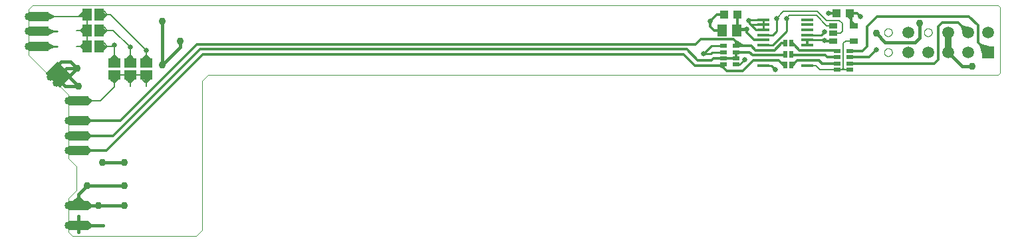
<source format=gtl>
G04 EAGLE Gerber X2 export*
%TF.Part,Single*%
%TF.FileFunction,Other,top copper*%
%TF.FilePolarity,Positive*%
%TF.GenerationSoftware,Autodesk,EAGLE,9.6.2*%
%TF.CreationDate,2022-07-13T20:55:59Z*%
G75*
%MOMM*%
%FSLAX34Y34*%
%LPD*%
%INtop copper*%
%AMOC8*
5,1,8,0,0,1.08239X$1,22.5*%
G01*
%ADD10C,0.000000*%
%ADD11R,2.540000X1.270000*%
%ADD12R,1.270000X2.540000*%
%ADD13R,1.500000X1.500000*%
%ADD14C,1.500000*%
%ADD15R,1.300000X1.500000*%
%ADD16R,1.600000X0.350000*%
%ADD17R,0.900000X0.500000*%
%ADD18R,1.100000X1.000000*%
%ADD19R,0.508000X0.889000*%
%ADD20R,0.990000X0.690000*%
%ADD21R,1.168400X1.600200*%
%ADD22R,1.600200X1.168400*%
%ADD23C,0.203200*%
%ADD24C,1.020000*%
%ADD25C,0.304800*%
%ADD26C,0.406400*%
%ADD27C,0.935000*%
%ADD28C,0.680000*%
%ADD29C,0.254000*%
%ADD30C,0.812800*%


D10*
X0Y232410D02*
X50800Y181610D01*
X50800Y100330D01*
X60960Y90170D01*
X60960Y59690D01*
X50800Y49530D01*
X50800Y6350D01*
X55880Y1270D01*
X213360Y1270D01*
X1236980Y209550D02*
X1236980Y293370D01*
X0Y290830D02*
X0Y232410D01*
X0Y290830D02*
X5080Y295910D01*
X220980Y8890D02*
X213360Y1270D01*
X220980Y8890D02*
X220980Y199390D01*
X228600Y207010D01*
X1234440Y207010D01*
X1234440Y295910D02*
X5080Y295910D01*
X1234440Y207010D02*
X1236980Y209550D01*
X1236980Y293370D02*
X1234440Y295910D01*
D11*
X63500Y110490D03*
X63500Y173990D03*
X63500Y129540D03*
X63500Y40640D03*
D12*
G36*
X55380Y206330D02*
X46400Y197350D01*
X28440Y215310D01*
X37420Y224290D01*
X55380Y206330D01*
G37*
D11*
X63500Y15240D03*
X63500Y148590D03*
D12*
G36*
X49030Y199980D02*
X40050Y191000D01*
X22090Y208960D01*
X31070Y217940D01*
X49030Y199980D01*
G37*
D13*
X1221740Y236220D03*
D14*
X1221740Y261620D03*
X1196340Y236220D03*
X1196340Y261620D03*
X1170940Y236220D03*
X1170940Y261620D03*
X1120140Y261620D03*
D10*
X1089740Y236220D02*
X1089742Y236361D01*
X1089748Y236502D01*
X1089758Y236642D01*
X1089772Y236782D01*
X1089790Y236922D01*
X1089811Y237061D01*
X1089837Y237200D01*
X1089866Y237338D01*
X1089900Y237474D01*
X1089937Y237610D01*
X1089978Y237745D01*
X1090023Y237879D01*
X1090072Y238011D01*
X1090124Y238142D01*
X1090180Y238271D01*
X1090240Y238398D01*
X1090303Y238524D01*
X1090369Y238648D01*
X1090440Y238771D01*
X1090513Y238891D01*
X1090590Y239009D01*
X1090670Y239125D01*
X1090754Y239238D01*
X1090840Y239349D01*
X1090930Y239458D01*
X1091023Y239564D01*
X1091118Y239667D01*
X1091217Y239768D01*
X1091318Y239866D01*
X1091422Y239961D01*
X1091529Y240053D01*
X1091638Y240142D01*
X1091750Y240227D01*
X1091864Y240310D01*
X1091980Y240390D01*
X1092099Y240466D01*
X1092220Y240538D01*
X1092342Y240608D01*
X1092467Y240673D01*
X1092593Y240736D01*
X1092721Y240794D01*
X1092851Y240849D01*
X1092982Y240901D01*
X1093115Y240948D01*
X1093249Y240992D01*
X1093384Y241033D01*
X1093520Y241069D01*
X1093657Y241101D01*
X1093795Y241130D01*
X1093933Y241155D01*
X1094073Y241175D01*
X1094213Y241192D01*
X1094353Y241205D01*
X1094494Y241214D01*
X1094634Y241219D01*
X1094775Y241220D01*
X1094916Y241217D01*
X1095057Y241210D01*
X1095197Y241199D01*
X1095337Y241184D01*
X1095477Y241165D01*
X1095616Y241143D01*
X1095754Y241116D01*
X1095892Y241086D01*
X1096028Y241051D01*
X1096164Y241013D01*
X1096298Y240971D01*
X1096432Y240925D01*
X1096564Y240876D01*
X1096694Y240822D01*
X1096823Y240765D01*
X1096950Y240705D01*
X1097076Y240641D01*
X1097199Y240573D01*
X1097321Y240502D01*
X1097441Y240428D01*
X1097558Y240350D01*
X1097673Y240269D01*
X1097786Y240185D01*
X1097897Y240098D01*
X1098005Y240007D01*
X1098110Y239914D01*
X1098213Y239817D01*
X1098313Y239718D01*
X1098410Y239616D01*
X1098504Y239511D01*
X1098595Y239404D01*
X1098683Y239294D01*
X1098768Y239182D01*
X1098850Y239067D01*
X1098929Y238950D01*
X1099004Y238831D01*
X1099076Y238710D01*
X1099144Y238587D01*
X1099209Y238462D01*
X1099271Y238335D01*
X1099328Y238206D01*
X1099383Y238076D01*
X1099433Y237945D01*
X1099480Y237812D01*
X1099523Y237678D01*
X1099562Y237542D01*
X1099597Y237406D01*
X1099629Y237269D01*
X1099656Y237131D01*
X1099680Y236992D01*
X1099700Y236852D01*
X1099716Y236712D01*
X1099728Y236572D01*
X1099736Y236431D01*
X1099740Y236290D01*
X1099740Y236150D01*
X1099736Y236009D01*
X1099728Y235868D01*
X1099716Y235728D01*
X1099700Y235588D01*
X1099680Y235448D01*
X1099656Y235309D01*
X1099629Y235171D01*
X1099597Y235034D01*
X1099562Y234898D01*
X1099523Y234762D01*
X1099480Y234628D01*
X1099433Y234495D01*
X1099383Y234364D01*
X1099328Y234234D01*
X1099271Y234105D01*
X1099209Y233978D01*
X1099144Y233853D01*
X1099076Y233730D01*
X1099004Y233609D01*
X1098929Y233490D01*
X1098850Y233373D01*
X1098768Y233258D01*
X1098683Y233146D01*
X1098595Y233036D01*
X1098504Y232929D01*
X1098410Y232824D01*
X1098313Y232722D01*
X1098213Y232623D01*
X1098110Y232526D01*
X1098005Y232433D01*
X1097897Y232342D01*
X1097786Y232255D01*
X1097673Y232171D01*
X1097558Y232090D01*
X1097441Y232012D01*
X1097321Y231938D01*
X1097199Y231867D01*
X1097076Y231799D01*
X1096950Y231735D01*
X1096823Y231675D01*
X1096694Y231618D01*
X1096564Y231564D01*
X1096432Y231515D01*
X1096298Y231469D01*
X1096164Y231427D01*
X1096028Y231389D01*
X1095892Y231354D01*
X1095754Y231324D01*
X1095616Y231297D01*
X1095477Y231275D01*
X1095337Y231256D01*
X1095197Y231241D01*
X1095057Y231230D01*
X1094916Y231223D01*
X1094775Y231220D01*
X1094634Y231221D01*
X1094494Y231226D01*
X1094353Y231235D01*
X1094213Y231248D01*
X1094073Y231265D01*
X1093933Y231285D01*
X1093795Y231310D01*
X1093657Y231339D01*
X1093520Y231371D01*
X1093384Y231407D01*
X1093249Y231448D01*
X1093115Y231492D01*
X1092982Y231539D01*
X1092851Y231591D01*
X1092721Y231646D01*
X1092593Y231704D01*
X1092467Y231767D01*
X1092342Y231832D01*
X1092220Y231902D01*
X1092099Y231974D01*
X1091980Y232050D01*
X1091864Y232130D01*
X1091750Y232213D01*
X1091638Y232298D01*
X1091529Y232387D01*
X1091422Y232479D01*
X1091318Y232574D01*
X1091217Y232672D01*
X1091118Y232773D01*
X1091023Y232876D01*
X1090930Y232982D01*
X1090840Y233091D01*
X1090754Y233202D01*
X1090670Y233315D01*
X1090590Y233431D01*
X1090513Y233549D01*
X1090440Y233669D01*
X1090369Y233792D01*
X1090303Y233916D01*
X1090240Y234042D01*
X1090180Y234169D01*
X1090124Y234298D01*
X1090072Y234429D01*
X1090023Y234561D01*
X1089978Y234695D01*
X1089937Y234830D01*
X1089900Y234966D01*
X1089866Y235102D01*
X1089837Y235240D01*
X1089811Y235379D01*
X1089790Y235518D01*
X1089772Y235658D01*
X1089758Y235798D01*
X1089748Y235938D01*
X1089742Y236079D01*
X1089740Y236220D01*
X1089740Y261620D02*
X1089742Y261761D01*
X1089748Y261902D01*
X1089758Y262042D01*
X1089772Y262182D01*
X1089790Y262322D01*
X1089811Y262461D01*
X1089837Y262600D01*
X1089866Y262738D01*
X1089900Y262874D01*
X1089937Y263010D01*
X1089978Y263145D01*
X1090023Y263279D01*
X1090072Y263411D01*
X1090124Y263542D01*
X1090180Y263671D01*
X1090240Y263798D01*
X1090303Y263924D01*
X1090369Y264048D01*
X1090440Y264171D01*
X1090513Y264291D01*
X1090590Y264409D01*
X1090670Y264525D01*
X1090754Y264638D01*
X1090840Y264749D01*
X1090930Y264858D01*
X1091023Y264964D01*
X1091118Y265067D01*
X1091217Y265168D01*
X1091318Y265266D01*
X1091422Y265361D01*
X1091529Y265453D01*
X1091638Y265542D01*
X1091750Y265627D01*
X1091864Y265710D01*
X1091980Y265790D01*
X1092099Y265866D01*
X1092220Y265938D01*
X1092342Y266008D01*
X1092467Y266073D01*
X1092593Y266136D01*
X1092721Y266194D01*
X1092851Y266249D01*
X1092982Y266301D01*
X1093115Y266348D01*
X1093249Y266392D01*
X1093384Y266433D01*
X1093520Y266469D01*
X1093657Y266501D01*
X1093795Y266530D01*
X1093933Y266555D01*
X1094073Y266575D01*
X1094213Y266592D01*
X1094353Y266605D01*
X1094494Y266614D01*
X1094634Y266619D01*
X1094775Y266620D01*
X1094916Y266617D01*
X1095057Y266610D01*
X1095197Y266599D01*
X1095337Y266584D01*
X1095477Y266565D01*
X1095616Y266543D01*
X1095754Y266516D01*
X1095892Y266486D01*
X1096028Y266451D01*
X1096164Y266413D01*
X1096298Y266371D01*
X1096432Y266325D01*
X1096564Y266276D01*
X1096694Y266222D01*
X1096823Y266165D01*
X1096950Y266105D01*
X1097076Y266041D01*
X1097199Y265973D01*
X1097321Y265902D01*
X1097441Y265828D01*
X1097558Y265750D01*
X1097673Y265669D01*
X1097786Y265585D01*
X1097897Y265498D01*
X1098005Y265407D01*
X1098110Y265314D01*
X1098213Y265217D01*
X1098313Y265118D01*
X1098410Y265016D01*
X1098504Y264911D01*
X1098595Y264804D01*
X1098683Y264694D01*
X1098768Y264582D01*
X1098850Y264467D01*
X1098929Y264350D01*
X1099004Y264231D01*
X1099076Y264110D01*
X1099144Y263987D01*
X1099209Y263862D01*
X1099271Y263735D01*
X1099328Y263606D01*
X1099383Y263476D01*
X1099433Y263345D01*
X1099480Y263212D01*
X1099523Y263078D01*
X1099562Y262942D01*
X1099597Y262806D01*
X1099629Y262669D01*
X1099656Y262531D01*
X1099680Y262392D01*
X1099700Y262252D01*
X1099716Y262112D01*
X1099728Y261972D01*
X1099736Y261831D01*
X1099740Y261690D01*
X1099740Y261550D01*
X1099736Y261409D01*
X1099728Y261268D01*
X1099716Y261128D01*
X1099700Y260988D01*
X1099680Y260848D01*
X1099656Y260709D01*
X1099629Y260571D01*
X1099597Y260434D01*
X1099562Y260298D01*
X1099523Y260162D01*
X1099480Y260028D01*
X1099433Y259895D01*
X1099383Y259764D01*
X1099328Y259634D01*
X1099271Y259505D01*
X1099209Y259378D01*
X1099144Y259253D01*
X1099076Y259130D01*
X1099004Y259009D01*
X1098929Y258890D01*
X1098850Y258773D01*
X1098768Y258658D01*
X1098683Y258546D01*
X1098595Y258436D01*
X1098504Y258329D01*
X1098410Y258224D01*
X1098313Y258122D01*
X1098213Y258023D01*
X1098110Y257926D01*
X1098005Y257833D01*
X1097897Y257742D01*
X1097786Y257655D01*
X1097673Y257571D01*
X1097558Y257490D01*
X1097441Y257412D01*
X1097321Y257338D01*
X1097199Y257267D01*
X1097076Y257199D01*
X1096950Y257135D01*
X1096823Y257075D01*
X1096694Y257018D01*
X1096564Y256964D01*
X1096432Y256915D01*
X1096298Y256869D01*
X1096164Y256827D01*
X1096028Y256789D01*
X1095892Y256754D01*
X1095754Y256724D01*
X1095616Y256697D01*
X1095477Y256675D01*
X1095337Y256656D01*
X1095197Y256641D01*
X1095057Y256630D01*
X1094916Y256623D01*
X1094775Y256620D01*
X1094634Y256621D01*
X1094494Y256626D01*
X1094353Y256635D01*
X1094213Y256648D01*
X1094073Y256665D01*
X1093933Y256685D01*
X1093795Y256710D01*
X1093657Y256739D01*
X1093520Y256771D01*
X1093384Y256807D01*
X1093249Y256848D01*
X1093115Y256892D01*
X1092982Y256939D01*
X1092851Y256991D01*
X1092721Y257046D01*
X1092593Y257104D01*
X1092467Y257167D01*
X1092342Y257232D01*
X1092220Y257302D01*
X1092099Y257374D01*
X1091980Y257450D01*
X1091864Y257530D01*
X1091750Y257613D01*
X1091638Y257698D01*
X1091529Y257787D01*
X1091422Y257879D01*
X1091318Y257974D01*
X1091217Y258072D01*
X1091118Y258173D01*
X1091023Y258276D01*
X1090930Y258382D01*
X1090840Y258491D01*
X1090754Y258602D01*
X1090670Y258715D01*
X1090590Y258831D01*
X1090513Y258949D01*
X1090440Y259069D01*
X1090369Y259192D01*
X1090303Y259316D01*
X1090240Y259442D01*
X1090180Y259569D01*
X1090124Y259698D01*
X1090072Y259829D01*
X1090023Y259961D01*
X1089978Y260095D01*
X1089937Y260230D01*
X1089900Y260366D01*
X1089866Y260502D01*
X1089837Y260640D01*
X1089811Y260779D01*
X1089790Y260918D01*
X1089772Y261058D01*
X1089758Y261198D01*
X1089748Y261338D01*
X1089742Y261479D01*
X1089740Y261620D01*
D14*
X1145540Y236220D03*
D10*
X1140540Y261620D02*
X1140542Y261761D01*
X1140548Y261902D01*
X1140558Y262042D01*
X1140572Y262182D01*
X1140590Y262322D01*
X1140611Y262461D01*
X1140637Y262600D01*
X1140666Y262738D01*
X1140700Y262874D01*
X1140737Y263010D01*
X1140778Y263145D01*
X1140823Y263279D01*
X1140872Y263411D01*
X1140924Y263542D01*
X1140980Y263671D01*
X1141040Y263798D01*
X1141103Y263924D01*
X1141169Y264048D01*
X1141240Y264171D01*
X1141313Y264291D01*
X1141390Y264409D01*
X1141470Y264525D01*
X1141554Y264638D01*
X1141640Y264749D01*
X1141730Y264858D01*
X1141823Y264964D01*
X1141918Y265067D01*
X1142017Y265168D01*
X1142118Y265266D01*
X1142222Y265361D01*
X1142329Y265453D01*
X1142438Y265542D01*
X1142550Y265627D01*
X1142664Y265710D01*
X1142780Y265790D01*
X1142899Y265866D01*
X1143020Y265938D01*
X1143142Y266008D01*
X1143267Y266073D01*
X1143393Y266136D01*
X1143521Y266194D01*
X1143651Y266249D01*
X1143782Y266301D01*
X1143915Y266348D01*
X1144049Y266392D01*
X1144184Y266433D01*
X1144320Y266469D01*
X1144457Y266501D01*
X1144595Y266530D01*
X1144733Y266555D01*
X1144873Y266575D01*
X1145013Y266592D01*
X1145153Y266605D01*
X1145294Y266614D01*
X1145434Y266619D01*
X1145575Y266620D01*
X1145716Y266617D01*
X1145857Y266610D01*
X1145997Y266599D01*
X1146137Y266584D01*
X1146277Y266565D01*
X1146416Y266543D01*
X1146554Y266516D01*
X1146692Y266486D01*
X1146828Y266451D01*
X1146964Y266413D01*
X1147098Y266371D01*
X1147232Y266325D01*
X1147364Y266276D01*
X1147494Y266222D01*
X1147623Y266165D01*
X1147750Y266105D01*
X1147876Y266041D01*
X1147999Y265973D01*
X1148121Y265902D01*
X1148241Y265828D01*
X1148358Y265750D01*
X1148473Y265669D01*
X1148586Y265585D01*
X1148697Y265498D01*
X1148805Y265407D01*
X1148910Y265314D01*
X1149013Y265217D01*
X1149113Y265118D01*
X1149210Y265016D01*
X1149304Y264911D01*
X1149395Y264804D01*
X1149483Y264694D01*
X1149568Y264582D01*
X1149650Y264467D01*
X1149729Y264350D01*
X1149804Y264231D01*
X1149876Y264110D01*
X1149944Y263987D01*
X1150009Y263862D01*
X1150071Y263735D01*
X1150128Y263606D01*
X1150183Y263476D01*
X1150233Y263345D01*
X1150280Y263212D01*
X1150323Y263078D01*
X1150362Y262942D01*
X1150397Y262806D01*
X1150429Y262669D01*
X1150456Y262531D01*
X1150480Y262392D01*
X1150500Y262252D01*
X1150516Y262112D01*
X1150528Y261972D01*
X1150536Y261831D01*
X1150540Y261690D01*
X1150540Y261550D01*
X1150536Y261409D01*
X1150528Y261268D01*
X1150516Y261128D01*
X1150500Y260988D01*
X1150480Y260848D01*
X1150456Y260709D01*
X1150429Y260571D01*
X1150397Y260434D01*
X1150362Y260298D01*
X1150323Y260162D01*
X1150280Y260028D01*
X1150233Y259895D01*
X1150183Y259764D01*
X1150128Y259634D01*
X1150071Y259505D01*
X1150009Y259378D01*
X1149944Y259253D01*
X1149876Y259130D01*
X1149804Y259009D01*
X1149729Y258890D01*
X1149650Y258773D01*
X1149568Y258658D01*
X1149483Y258546D01*
X1149395Y258436D01*
X1149304Y258329D01*
X1149210Y258224D01*
X1149113Y258122D01*
X1149013Y258023D01*
X1148910Y257926D01*
X1148805Y257833D01*
X1148697Y257742D01*
X1148586Y257655D01*
X1148473Y257571D01*
X1148358Y257490D01*
X1148241Y257412D01*
X1148121Y257338D01*
X1147999Y257267D01*
X1147876Y257199D01*
X1147750Y257135D01*
X1147623Y257075D01*
X1147494Y257018D01*
X1147364Y256964D01*
X1147232Y256915D01*
X1147098Y256869D01*
X1146964Y256827D01*
X1146828Y256789D01*
X1146692Y256754D01*
X1146554Y256724D01*
X1146416Y256697D01*
X1146277Y256675D01*
X1146137Y256656D01*
X1145997Y256641D01*
X1145857Y256630D01*
X1145716Y256623D01*
X1145575Y256620D01*
X1145434Y256621D01*
X1145294Y256626D01*
X1145153Y256635D01*
X1145013Y256648D01*
X1144873Y256665D01*
X1144733Y256685D01*
X1144595Y256710D01*
X1144457Y256739D01*
X1144320Y256771D01*
X1144184Y256807D01*
X1144049Y256848D01*
X1143915Y256892D01*
X1143782Y256939D01*
X1143651Y256991D01*
X1143521Y257046D01*
X1143393Y257104D01*
X1143267Y257167D01*
X1143142Y257232D01*
X1143020Y257302D01*
X1142899Y257374D01*
X1142780Y257450D01*
X1142664Y257530D01*
X1142550Y257613D01*
X1142438Y257698D01*
X1142329Y257787D01*
X1142222Y257879D01*
X1142118Y257974D01*
X1142017Y258072D01*
X1141918Y258173D01*
X1141823Y258276D01*
X1141730Y258382D01*
X1141640Y258491D01*
X1141554Y258602D01*
X1141470Y258715D01*
X1141390Y258831D01*
X1141313Y258949D01*
X1141240Y259069D01*
X1141169Y259192D01*
X1141103Y259316D01*
X1141040Y259442D01*
X1140980Y259569D01*
X1140924Y259698D01*
X1140872Y259829D01*
X1140823Y259961D01*
X1140778Y260095D01*
X1140737Y260230D01*
X1140700Y260366D01*
X1140666Y260502D01*
X1140637Y260640D01*
X1140611Y260779D01*
X1140590Y260918D01*
X1140572Y261058D01*
X1140558Y261198D01*
X1140548Y261338D01*
X1140542Y261479D01*
X1140540Y261620D01*
D14*
X1120140Y236220D03*
D15*
X883310Y264160D03*
X902310Y264160D03*
D16*
X935930Y277870D03*
X935930Y271370D03*
X935930Y264870D03*
X935930Y258370D03*
X935930Y251870D03*
X935930Y245370D03*
X935930Y238870D03*
X935930Y232370D03*
X935930Y225870D03*
X935930Y219370D03*
X991930Y219370D03*
X991930Y225870D03*
X991930Y232370D03*
X991930Y238870D03*
X991930Y245370D03*
X991930Y251870D03*
X991930Y258370D03*
X991930Y264870D03*
X991930Y271370D03*
X991930Y277870D03*
D17*
X900810Y220410D03*
X900810Y228410D03*
X900810Y236410D03*
X900810Y244410D03*
X884810Y244410D03*
X884810Y236410D03*
X884810Y228410D03*
X884810Y220410D03*
D11*
X12700Y243840D03*
X12700Y262890D03*
X12700Y281940D03*
D17*
X1029590Y238060D03*
X1029590Y230060D03*
X1029590Y222060D03*
X1029590Y214060D03*
X1045590Y214060D03*
X1045590Y222060D03*
X1045590Y230060D03*
X1045590Y238060D03*
D18*
X902580Y284480D03*
X885580Y284480D03*
D19*
X963930Y247650D03*
X971550Y247650D03*
X963930Y233680D03*
X971550Y233680D03*
X963930Y219710D03*
X971550Y219710D03*
D20*
X1024690Y269850D03*
X1024690Y260350D03*
X1024690Y250850D03*
X1050590Y250850D03*
X1050590Y269850D03*
D18*
X1046090Y285750D03*
X1029090Y285750D03*
D21*
X74930Y284480D03*
X90170Y284480D03*
X74930Y264160D03*
X90170Y264160D03*
X74930Y243840D03*
X90170Y243840D03*
D22*
X109220Y207010D03*
X109220Y222250D03*
X129540Y207010D03*
X129540Y222250D03*
X149860Y207010D03*
X149860Y222250D03*
D23*
X991930Y219370D02*
X1002370Y219370D01*
X1007680Y214060D02*
X1029590Y214060D01*
X1007680Y214060D02*
X1002370Y219370D01*
X1029590Y214060D02*
X1035750Y214060D01*
X1037590Y215900D01*
X1040790Y250850D02*
X1050590Y250850D01*
X1037590Y247650D02*
X1037590Y215900D01*
X1037590Y247650D02*
X1040790Y250850D01*
X1041400Y214060D02*
X1045590Y214060D01*
X1041400Y214060D02*
X1039430Y214060D01*
X1037590Y215900D01*
X1039430Y214060D02*
X1035750Y214060D01*
D24*
X50800Y40640D03*
X63500Y40640D03*
X45720Y207010D03*
X35560Y196850D03*
D25*
X50800Y40640D02*
X63500Y40640D01*
D26*
X78740Y40640D01*
X88900Y40640D01*
X63500Y40640D02*
X63500Y50800D01*
X63500Y54610D01*
X74930Y66040D01*
D27*
X74930Y66040D03*
X88900Y40640D03*
D26*
X69850Y44450D02*
X63500Y50800D01*
X57150Y44450D01*
X74930Y44450D02*
X78740Y40640D01*
X74930Y36830D01*
D27*
X62230Y215900D03*
X63500Y193040D03*
D26*
X62230Y215900D02*
X48260Y215900D01*
X45720Y213360D01*
X45720Y207010D01*
X46990Y193040D02*
X63500Y193040D01*
X46990Y193040D02*
X36830Y203200D01*
X35560Y204470D01*
X43180Y204470D01*
X45720Y207010D01*
X49530Y207010D02*
X63500Y193040D01*
X49530Y207010D02*
X45720Y207010D01*
X53340Y207010D02*
X62230Y215900D01*
X53340Y207010D02*
X49530Y207010D01*
X62230Y215900D02*
X53562Y224568D01*
X36830Y219710D02*
X36830Y203200D01*
X41688Y224568D02*
X53562Y224568D01*
X41688Y224568D02*
X36830Y219710D01*
D24*
X27940Y204470D03*
X38100Y214630D03*
D28*
X916940Y276450D03*
X911860Y226990D03*
D27*
X93980Y95250D03*
X121920Y40640D03*
X121920Y66040D03*
X121920Y95250D03*
D26*
X93980Y95250D01*
X74930Y66040D02*
X121920Y66040D01*
X121920Y40640D02*
X88900Y40640D01*
D29*
X918360Y277870D02*
X935930Y277870D01*
X918360Y277870D02*
X916940Y276450D01*
D28*
X868426Y276196D03*
D25*
X876710Y284480D02*
X885580Y284480D01*
X876710Y284480D02*
X868426Y276196D01*
X873350Y264160D02*
X883310Y264160D01*
X873350Y264160D02*
X868426Y269084D01*
X868426Y276196D01*
D28*
X859790Y234610D03*
X951230Y214290D03*
D29*
X946150Y219370D02*
X935930Y219370D01*
X946150Y219370D02*
X951230Y214290D01*
X905280Y220410D02*
X900810Y220410D01*
X905280Y220410D02*
X911860Y226990D01*
X884810Y244410D02*
X869590Y244410D01*
X859790Y234610D01*
X871030Y236410D02*
X884810Y236410D01*
D30*
X1170940Y236220D02*
X1170940Y261620D01*
D28*
X1013460Y251460D03*
D29*
X1013050Y251870D01*
X991930Y251870D01*
D25*
X991930Y245370D01*
X1014070Y250850D02*
X1024690Y250850D01*
X1014070Y250850D02*
X1013460Y251460D01*
D28*
X1018540Y285750D03*
D25*
X1029090Y285750D01*
D29*
X869230Y234610D02*
X859790Y234610D01*
X869230Y234610D02*
X871030Y236410D01*
X935930Y264870D02*
X935930Y271370D01*
X916940Y274320D02*
X916940Y276450D01*
X926390Y264870D02*
X935930Y264870D01*
X919890Y271370D02*
X916940Y274320D01*
X919890Y271370D02*
X926390Y264870D01*
X919890Y271370D02*
X935930Y271370D01*
X935930Y277870D01*
D27*
X170180Y219710D03*
X170180Y275590D03*
D26*
X170180Y219710D01*
D27*
X193040Y250190D03*
D26*
X193040Y242570D01*
X170180Y219710D01*
D27*
X1201420Y218440D03*
D26*
X1188720Y218440D01*
X1170940Y236220D01*
D27*
X1079500Y260350D03*
X1134618Y273050D03*
D26*
X1090930Y248920D02*
X1079500Y260350D01*
X1090930Y248920D02*
X1129030Y248920D01*
X1134618Y254508D01*
X1134618Y273050D01*
D24*
X50800Y110490D03*
X63500Y110490D03*
D25*
X78740Y110490D01*
X63500Y110490D02*
X50800Y110490D01*
X74930Y114300D02*
X78740Y110490D01*
X74930Y106680D01*
X78740Y110490D02*
X99060Y110490D01*
X222250Y233680D01*
X935930Y225870D02*
X955230Y225870D01*
X958850Y222250D01*
X963930Y222250D01*
D29*
X963930Y219710D01*
D25*
X834390Y233680D02*
X222250Y233680D01*
X834390Y233680D02*
X848930Y219140D01*
X876300Y219140D01*
X880676Y219140D01*
X923100Y225870D02*
X935930Y225870D01*
X884810Y220410D02*
X884810Y216280D01*
X909320Y212090D02*
X923100Y225870D01*
X909320Y212090D02*
X889000Y212090D01*
X884810Y216280D01*
X880676Y219140D01*
X958850Y222250D02*
X963930Y217170D01*
D24*
X50800Y173990D03*
X63500Y173990D03*
D25*
X50800Y173990D01*
X63500Y173990D02*
X80010Y173990D01*
X74930Y177800D01*
X80010Y173990D02*
X74930Y170180D01*
D23*
X80010Y173990D02*
X91440Y173990D01*
X109220Y191770D02*
X109220Y196850D01*
X109220Y191770D02*
X91440Y173990D01*
X109220Y207010D02*
X114300Y207010D01*
X123190Y207010D01*
X129540Y207010D01*
X134620Y207010D01*
X143510Y207010D01*
X149860Y207010D01*
X114300Y201930D02*
X113030Y200660D01*
X111760Y199390D01*
X109220Y196850D01*
X114300Y201930D02*
X114300Y207010D01*
X109220Y203200D02*
X109220Y196850D01*
X109220Y203200D02*
X109220Y207010D01*
X106680Y199390D02*
X109220Y196850D01*
X106680Y199390D02*
X106045Y200025D01*
X105410Y200660D01*
X104140Y201930D01*
X109220Y207010D01*
X109220Y203200D02*
X106045Y200025D01*
X105410Y200660D02*
X113030Y200660D01*
X111760Y199390D02*
X106680Y199390D01*
X129540Y196850D02*
X129540Y207010D01*
X129540Y196850D02*
X129540Y193040D01*
X149860Y201930D02*
X149860Y207010D01*
X149860Y198120D02*
X149860Y196850D01*
X149860Y193040D01*
X131445Y198755D02*
X129540Y196850D01*
X131445Y198755D02*
X132080Y199390D01*
X132715Y200025D01*
X134620Y201930D01*
X134620Y207010D01*
X127635Y198755D02*
X129540Y196850D01*
X127000Y199390D02*
X125095Y201295D01*
X123190Y203200D01*
X123190Y207010D01*
X125095Y201295D02*
X128905Y201295D01*
X130810Y201295D01*
X131445Y201295D01*
X132080Y200660D02*
X132715Y200025D01*
X131445Y198755D02*
X127635Y198755D01*
X127000Y199390D01*
X128905Y199390D01*
X130810Y201295D01*
X131445Y201295D02*
X132080Y200660D01*
X132080Y199390D01*
X131445Y198755D02*
X128905Y201295D01*
X149860Y196850D02*
X151130Y198120D01*
X151765Y198755D02*
X153670Y200660D01*
X151765Y198755D02*
X151130Y198120D01*
X153670Y200660D02*
X154940Y201930D01*
X154940Y207010D01*
X149860Y201930D01*
X149860Y200660D01*
X149860Y198120D01*
X151130Y198120D01*
X149860Y196850D02*
X148590Y198120D01*
X147955Y198755D02*
X146685Y200025D01*
X144780Y201930D01*
X143510Y203200D01*
X143510Y207010D01*
X144780Y201930D02*
X152400Y201930D01*
X153670Y200660D01*
X149860Y198120D02*
X148590Y198120D01*
X147955Y198755D01*
X151765Y198755D01*
X153670Y200660D02*
X149860Y200660D01*
X147320Y200660D01*
X146685Y200025D01*
D24*
X50800Y148590D03*
X63500Y148590D03*
D25*
X78740Y148590D01*
X63500Y148590D02*
X50800Y148590D01*
X74930Y144780D02*
X78740Y148590D01*
X74930Y152400D01*
X929530Y238870D02*
X935930Y238870D01*
X214630Y246380D02*
X116840Y148590D01*
X78740Y148590D01*
X935930Y238870D02*
X950070Y238870D01*
X958850Y247650D02*
X963930Y247650D01*
X958850Y247650D02*
X950070Y238870D01*
X849630Y246380D02*
X214630Y246380D01*
X849630Y246380D02*
X855980Y252730D01*
X900270Y250030D02*
X900810Y249490D01*
X900270Y250030D02*
X897570Y252730D01*
X900810Y249490D02*
X900810Y244410D01*
X897570Y252730D02*
X855980Y252730D01*
X925720Y238870D02*
X935930Y238870D01*
X920180Y244410D02*
X909320Y244410D01*
X900810Y244410D01*
X920180Y244410D02*
X925720Y238870D01*
X909320Y244410D02*
X900270Y250030D01*
D24*
X50800Y129540D03*
X63500Y129540D03*
D25*
X78740Y129540D01*
X63500Y129540D02*
X50800Y129540D01*
X74930Y125730D02*
X78740Y129540D01*
X74930Y133350D01*
X78740Y129540D02*
X107950Y129540D01*
X218440Y240030D01*
X838200Y240030D01*
X852360Y225870D01*
X872110Y228410D02*
X884810Y228410D01*
X872110Y228410D02*
X869570Y225870D01*
X852360Y225870D01*
X884810Y228410D02*
X900810Y228410D01*
X900810Y236410D01*
X922060Y232370D02*
X935930Y232370D01*
X918020Y236410D02*
X900810Y236410D01*
X918020Y236410D02*
X922060Y232370D01*
X935930Y232370D02*
X962620Y232370D01*
X963930Y233680D01*
D24*
X50800Y15240D03*
X63500Y15240D03*
D26*
X78740Y15240D01*
X74930Y19050D01*
X78740Y15240D02*
X74930Y11430D01*
X63500Y15240D02*
X54832Y15240D01*
D29*
X1009650Y258370D02*
X1013460Y262180D01*
X1009650Y258370D02*
X991930Y258370D01*
D28*
X1013460Y262180D03*
D26*
X95250Y15240D02*
X78740Y15240D01*
X63500Y15240D02*
X63500Y26670D01*
X63500Y15240D02*
X63500Y6350D01*
D25*
X902310Y265960D02*
X902580Y266230D01*
X902310Y265960D02*
X902310Y264160D01*
X902580Y266230D02*
X902580Y284480D01*
D28*
X914400Y265430D03*
D26*
X903580Y265430D01*
X902310Y264160D01*
D25*
X924150Y251870D02*
X935930Y251870D01*
X924150Y251870D02*
X914400Y261620D01*
X914400Y265430D01*
D28*
X1059180Y281992D03*
D25*
X1047750Y272690D02*
X1050590Y269850D01*
X1047750Y284090D02*
X1046090Y285750D01*
X1047750Y275590D02*
X1047750Y272690D01*
X1047750Y275590D02*
X1047750Y278130D01*
X1047750Y284090D01*
X1042670Y283210D02*
X1047750Y278130D01*
X1047750Y275590D02*
X1052830Y270510D01*
X1055422Y285750D02*
X1046090Y285750D01*
X1055422Y285750D02*
X1059180Y281992D01*
D28*
X149860Y238760D03*
D23*
X149860Y232410D01*
X149860Y229870D01*
X149860Y222250D01*
X97790Y284480D02*
X90170Y284480D01*
X97790Y284480D02*
X100330Y284480D01*
X104140Y284480D01*
X149860Y238760D01*
X149860Y232410D02*
X144780Y227330D01*
X144780Y224790D01*
X149860Y229870D01*
X154940Y224790D01*
X154940Y227330D01*
X149860Y232410D01*
X100330Y284480D02*
X93980Y278130D01*
X91440Y278130D01*
X97790Y284480D01*
X93980Y288290D01*
X91440Y288290D01*
X93980Y288290D02*
X96520Y288290D01*
X100330Y284480D01*
X96520Y288290D02*
X95250Y289560D01*
D24*
X0Y281940D03*
D29*
X12700Y281940D02*
X31750Y281940D01*
D25*
X22860Y278130D01*
X22860Y285750D02*
X31750Y281940D01*
D24*
X12700Y281940D03*
D23*
X31750Y281940D02*
X63500Y281940D01*
X71120Y281940D02*
X72390Y281940D01*
X71120Y281940D02*
X63500Y281940D01*
X72390Y281940D02*
X74930Y284480D01*
X68580Y287020D02*
X66040Y284480D01*
X68580Y287020D02*
X72390Y290830D01*
X74930Y290830D01*
X74930Y284480D01*
X68580Y284480D02*
X68580Y287020D01*
X68580Y284480D02*
X69215Y283845D01*
X71120Y281940D01*
X65405Y283845D02*
X63500Y281940D01*
X65405Y283845D02*
X66040Y284480D01*
X68580Y284480D01*
X69215Y283845D02*
X65405Y283845D01*
X74930Y284480D02*
X74930Y270510D01*
X74930Y264160D01*
X74930Y248920D02*
X74930Y243840D01*
X74930Y248920D02*
X74930Y259080D01*
X74930Y264160D01*
X66040Y243840D02*
X60960Y243840D01*
X60960Y264160D02*
X66040Y264160D01*
X72390Y270510D01*
X74930Y270510D01*
X69850Y265430D02*
X68580Y264160D01*
X67945Y262255D02*
X66040Y264160D01*
X67945Y262255D02*
X71120Y259080D01*
X74930Y259080D01*
X68580Y264160D02*
X66040Y264160D01*
X71120Y248920D02*
X66040Y243840D01*
X71120Y248920D02*
X74930Y248920D01*
X68580Y243840D02*
X66040Y243840D01*
X68580Y243840D02*
X69850Y245110D01*
X66040Y243840D02*
X69850Y240030D01*
X73660Y240030D01*
X68580Y242570D02*
X68580Y243840D01*
X68580Y242570D02*
X69850Y241300D01*
X71120Y264160D02*
X74930Y264160D01*
X71120Y264160D02*
X69850Y265430D01*
X69850Y264160D02*
X74930Y264160D01*
X69850Y264160D02*
X67945Y262255D01*
X90170Y264160D02*
X97790Y264160D01*
X100330Y264160D01*
X107950Y264160D01*
X129540Y242570D01*
D28*
X129540Y242570D03*
D23*
X129540Y229870D02*
X129540Y222250D01*
X129540Y229870D02*
X129540Y232410D01*
X129540Y242570D01*
X129540Y232410D02*
X123190Y226060D01*
X125730Y226060D01*
X129540Y229870D01*
X129540Y232410D02*
X135890Y226060D01*
X135890Y224790D01*
X134620Y224790D01*
X129540Y229870D01*
X100330Y264160D02*
X95250Y259080D01*
X92710Y259080D01*
X91440Y259080D01*
X92710Y259080D02*
X97790Y264160D01*
X93980Y267970D01*
X91440Y267970D01*
X93980Y267970D02*
X96520Y267970D01*
X100330Y264160D01*
X96520Y267970D02*
X95250Y269240D01*
X93980Y269240D01*
D25*
X979051Y225870D02*
X991930Y225870D01*
D29*
X971550Y222250D02*
X971550Y219710D01*
D25*
X975431Y222250D02*
X979051Y225870D01*
D29*
X975431Y222250D02*
X975360Y222250D01*
D25*
X971550Y222250D01*
X1010540Y222060D02*
X1029590Y222060D01*
X1010540Y222060D02*
X1006730Y225870D01*
X991930Y225870D01*
X975360Y222250D02*
X971550Y217170D01*
X971550Y232370D02*
X991930Y232370D01*
X971550Y232370D02*
X971550Y233680D01*
X1016890Y230060D02*
X1029590Y230060D01*
X1016890Y230060D02*
X1014580Y232370D01*
X991930Y232370D01*
X1070546Y230060D02*
X1079500Y239014D01*
X1070546Y230060D02*
X1045590Y230060D01*
D28*
X1079500Y239014D03*
D25*
X991930Y238870D02*
X981600Y238870D01*
X975360Y245110D01*
X971550Y245110D01*
X971550Y247650D01*
X1028780Y238870D02*
X1029590Y238060D01*
X1028780Y238870D02*
X991930Y238870D01*
X975360Y245110D02*
X971550Y248920D01*
X1163320Y274130D02*
X1183640Y274130D01*
X1188720Y269050D01*
X1188720Y269240D02*
X1196340Y261620D01*
X1200150Y265430D02*
X1188720Y269240D01*
X1192530Y257810D01*
X1163320Y274130D02*
X1158240Y269050D01*
X1158240Y227140D02*
X1153160Y222060D01*
X1158240Y227140D02*
X1158240Y269050D01*
X1153160Y222060D02*
X1045590Y222060D01*
D24*
X0Y262890D03*
D29*
X12700Y262890D02*
X26670Y262890D01*
X31750Y262890D01*
X22860Y259080D01*
X22860Y266700D02*
X31750Y262890D01*
X935930Y245370D02*
X947680Y245370D01*
X36830Y262890D02*
X31750Y262890D01*
X26670Y262890D02*
X25400Y261620D01*
X25400Y264160D01*
X947680Y245370D02*
X965200Y262890D01*
D28*
X965200Y279400D03*
D29*
X965200Y262890D01*
D23*
X965200Y279400D02*
X969010Y283210D01*
X1016660Y269850D02*
X1024690Y269850D01*
X1003300Y283210D02*
X969010Y283210D01*
X1003300Y283210D02*
X1016660Y269850D01*
D24*
X0Y243840D03*
D29*
X12700Y243840D02*
X26670Y243840D01*
X31750Y243840D01*
X22860Y247650D01*
X24130Y240030D02*
X31750Y243840D01*
X36830Y243840D01*
X26670Y243840D02*
X25400Y241300D01*
X26670Y243840D02*
X25400Y245110D01*
X935930Y258370D02*
X942900Y258370D01*
X947980Y258370D02*
X935930Y258370D01*
X947980Y258370D02*
X952500Y262890D01*
X952500Y279400D01*
D28*
X952500Y279400D03*
D23*
X961390Y288290D01*
X1032510Y276860D02*
X1036320Y273050D01*
X1036320Y262890D01*
X1033780Y260350D01*
X1024690Y260350D01*
X1004570Y288290D02*
X961390Y288290D01*
X1004570Y288290D02*
X1016000Y276860D01*
X1032510Y276860D01*
D24*
X12700Y262890D03*
X12700Y243840D03*
D25*
X1209040Y248920D02*
X1212850Y245110D01*
X1221740Y236220D01*
X1197610Y281940D02*
X1080770Y281940D01*
X1197610Y281940D02*
X1209040Y270510D01*
X1209040Y248920D01*
X1212850Y245110D02*
X1226820Y241300D01*
X1216660Y231140D02*
X1212850Y245110D01*
X1068070Y244030D02*
X1062100Y238060D01*
X1045590Y238060D01*
X1068070Y269240D02*
X1080770Y281940D01*
X1068070Y269240D02*
X1068070Y244030D01*
D28*
X109220Y245110D03*
D23*
X107950Y243840D01*
X100330Y243840D01*
X97790Y243840D01*
X90170Y243840D01*
X109220Y245110D02*
X109220Y232410D01*
X109220Y229870D02*
X109220Y222250D01*
X114300Y227330D02*
X109220Y232410D01*
X114300Y227330D02*
X114300Y224790D01*
X109220Y229870D01*
X109220Y232410D01*
X104140Y227330D01*
X104140Y224790D01*
X109220Y229870D01*
X100330Y243840D02*
X95250Y238760D01*
X92710Y238760D01*
X91440Y238760D01*
X92710Y238760D02*
X97790Y243840D01*
X93980Y247650D01*
X91440Y247650D01*
X93980Y247650D02*
X96520Y247650D01*
X100330Y243840D01*
M02*

</source>
